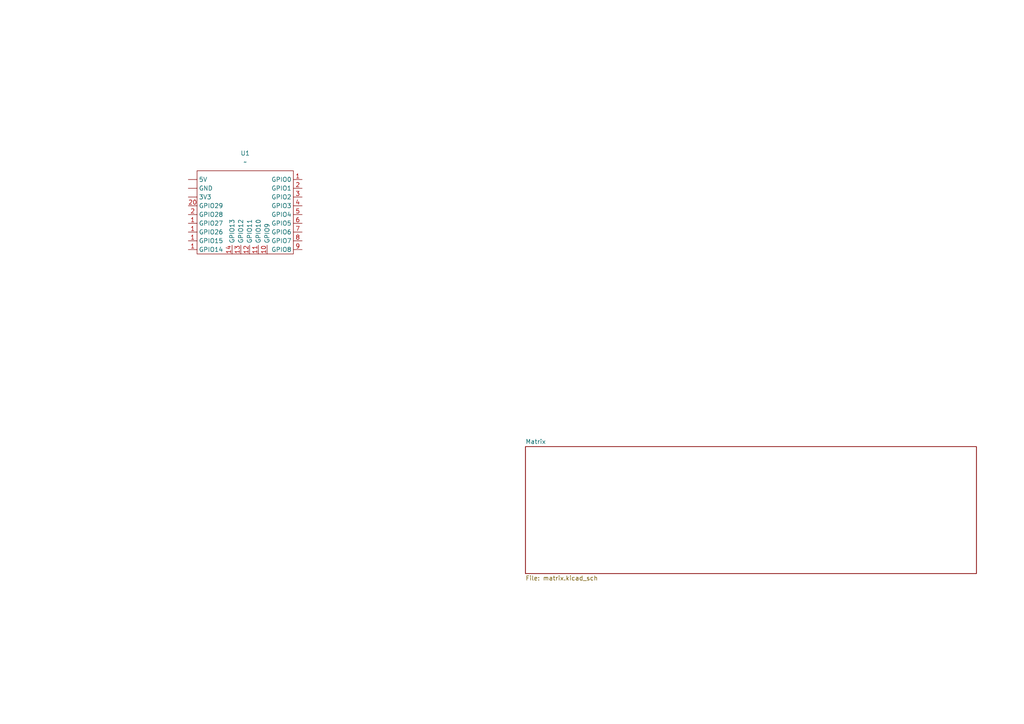
<source format=kicad_sch>
(kicad_sch (version 20250114) (generator "eeschema") (generator_version "9.0")
  (paper "A4")
  (lib_symbols
    (symbol "RP2040-Tiny:RP2040-Tiny"
      (property "Reference" "U" (at 0 0 0))
      (symbol "RP2040-Tiny_0_1"
        (rectangle (start 0 0) (end 27.94 -24.13))
      )
      (symbol "RP2040-Tiny_1_1"
        (pin bidirectional line (at -2.54 -2.54 0) (length 2.54) (name "5V") (number ""))
        (pin bidirectional line (at -2.54 -5.08 0) (length 2.54) (name "GND") (number ""))
        (pin bidirectional line (at -2.54 -7.62 0) (length 2.54) (name "3V3") (number ""))
        (pin bidirectional line (at -2.54 -10.16 0) (length 2.54) (name "GPIO29") (number "20"))
        (pin bidirectional line (at -2.54 -12.7 0) (length 2.54) (name "GPIO28") (number "2"))
        (pin bidirectional line (at -2.54 -15.24 0) (length 2.54) (name "GPIO27") (number "1"))
        (pin bidirectional line (at -2.54 -17.78 0) (length 2.54) (name "GPIO26") (number "1"))
        (pin bidirectional line (at -2.54 -20.32 0) (length 2.54) (name "GPIO15") (number "1"))
        (pin bidirectional line (at -2.54 -22.86 0) (length 2.54) (name "GPIO14") (number "1"))
        (pin bidirectional line (at 10.16 -24.13 90) (length 2.54) (name "GPIO13") (number "14"))
        (pin bidirectional line (at 12.7 -24.13 90) (length 2.54) (name "GPIO12") (number "13"))
        (pin bidirectional line (at 15.24 -24.13 90) (length 2.54) (name "GPIO11") (number "12"))
        (pin bidirectional line (at 17.78 -24.13 90) (length 2.54) (name "GPIO10") (number "11"))
        (pin bidirectional line (at 20.32 -24.13 90) (length 2.54) (name "GPIO9") (number "10"))
        (pin bidirectional line (at 30.48 -2.54 180) (length 2.54) (name "GPIO0") (number "1"))
        (pin bidirectional line (at 30.48 -5.08 180) (length 2.54) (name "GPIO1") (number "2"))
        (pin bidirectional line (at 30.48 -7.62 180) (length 2.54) (name "GPIO2") (number "3"))
        (pin bidirectional line (at 30.48 -10.16 180) (length 2.54) (name "GPIO3") (number "4"))
        (pin bidirectional line (at 30.48 -12.7 180) (length 2.54) (name "GPIO4") (number "5"))
        (pin bidirectional line (at 30.48 -15.24 180) (length 2.54) (name "GPIO5") (number "6"))
        (pin bidirectional line (at 30.48 -17.78 180) (length 2.54) (name "GPIO6") (number "7"))
        (pin bidirectional line (at 30.48 -20.32 180) (length 2.54) (name "GPIO7") (number "8"))
        (pin bidirectional line (at 30.48 -22.86 180) (length 2.54) (name "GPIO8") (number "9"))
      )
    )
  )
  (symbol (lib_id "RP2040-Tiny:RP2040-Tiny") (at 57.15 49.53 0) (unit 1)
    (property "Reference" "U1" (at 71.12 44.45 0))
    (property "Value" "~" (at 71.12 46.99 0))
    (property "Footprint" "RP2040-Tiny:RP2040-Tiny" (effects (hide yes)))
  )
  (sheet (at 152.4 129.54) (size 130.81 36.83) (stroke (width 0.1524))
    (property "Sheetname" "Matrix" (at 152.4 128.8284 0) (effects (justify left bottom)))
    (property "Sheetfile" "matrix.kicad_sch" (at 152.4 166.9546 0) (effects (justify left top)))
  )
)
</source>
